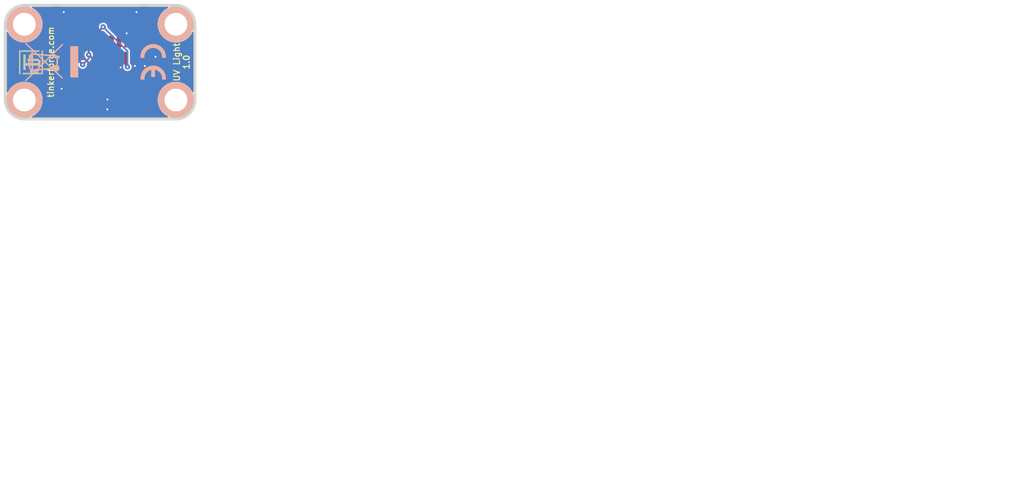
<source format=kicad_pcb>
(kicad_pcb (version 20221018) (generator pcbnew)
  (title_block (title "Ambient Light Bricklet") (date "Do 02 Apr 2015") (rev "2.0") (company "Tinkerforge") (comment 1 "Licensed under CERN OHL v.1.1") (comment 2 "Copyright (©) 2015, B.Nordmeyer <bastian@tinkerforge.com>"))
  (layers (0 "F.Cu" signal) (31 "B.Cu" signal) (34 "B.Paste" user) (35 "F.Paste" user) (36 "B.SilkS" user "B.Silkscreen") (37 "F.SilkS" user "F.Silkscreen") (38 "B.Mask" user) (39 "F.Mask" user) (44 "Edge.Cuts" user))
  (net 0 "")
  (net 1 "GND")
  (net 2 "VCC")
  (net 3 "SCL")
  (net 4 "SDA")
  (net 5 "Net-(P1-Pad6)")
  (net 6 "Net-(P1-Pad7)")
  (net 7 "Net-(P1-Pad8)")
  (net 8 "Net-(P1-Pad9)")
  (net 9 "Net-(C2-Pad2)")
  (net 10 "Net-(R1-Pad1)")
  (net 11 "Net-(P1-Pad1)")
  (net 12 "Net-(P1-Pad10)")
  (net 13 "Net-(RP1-Pad6)")
  (net 14 "Net-(U1-Pad7)")
  (footprint "kicad-libraries:CON-SENSOR" (layer "F.Cu") (at 142.4 86.5 180)
    (fp_text reference "P1")
    (fp_text value "CON-SENSOR")
    (pad "1" smd rect (at -4.50088 -4.7752 180) (size 0.59944 1.5494) (layers "F.Cu" "F.Paste" "F.Mask") (net 11 "Net-(P1-Pad1)"))
    (pad "2" smd rect (at -3.50012 -4.7752 180) (size 0.59944 1.5494) (layers "F.Cu" "F.Paste" "F.Mask") (net 1 "GND"))
    (pad "3" smd rect (at -2.49936 -4.7752 180) (size 0.59944 1.5494) (layers "F.Cu" "F.Paste" "F.Mask") (net 2 "VCC"))
    (pad "4" smd rect (at -1.50114 -4.7752 180) (size 0.59944 1.5494) (layers "F.Cu" "F.Paste" "F.Mask") (net 3 "SCL"))
    (pad "5" smd rect (at -0.50038 -4.7752 180) (size 0.59944 1.5494) (layers "F.Cu" "F.Paste" "F.Mask") (net 4 "SDA"))
    (pad "6" smd rect (at 0.50038 -4.7752 180) (size 0.59944 1.5494) (layers "F.Cu" "F.Paste" "F.Mask") (net 5 "Net-(P1-Pad6)"))
    (pad "7" smd rect (at 1.50114 -4.7752 180) (size 0.59944 1.5494) (layers "F.Cu" "F.Paste" "F.Mask") (net 6 "Net-(P1-Pad7)"))
    (pad "8" smd rect (at 2.49936 -4.7752 180) (size 0.59944 1.5494) (layers "F.Cu" "F.Paste" "F.Mask") (net 7 "Net-(P1-Pad8)"))
    (pad "9" smd rect (at 3.50012 -4.7752 180) (size 0.59944 1.5494) (layers "F.Cu" "F.Paste" "F.Mask") (net 8 "Net-(P1-Pad9)"))
    (pad "10" smd rect (at 4.50088 -4.7752 180) (size 0.59944 1.5494) (layers "F.Cu" "F.Paste" "F.Mask") (net 12 "Net-(P1-Pad10)"))
    (pad "EP" smd rect (at -5.79882 -0.89916 180) (size 1.19888 1.80086) (layers "F.Cu" "F.Paste" "F.Mask") (net 1 "GND"))
    (pad "EP" smd rect (at 5.79882 -0.89916 180) (size 1.19888 1.80086) (layers "F.Cu" "F.Paste" "F.Mask") (net 1 "GND"))
  )
  (footprint "kicad-libraries:SOIC8" (layer "F.Cu") (at 146.4 96.1 180)
    (fp_text reference "U1")
    (fp_text value "M24C64")
    (pad "1" smd rect (at -1.90246 2.69748) (size 0.59944 1.5494) (layers "F.Cu" "F.Paste" "F.Mask") (net 1 "GND"))
    (pad "2" smd rect (at -0.63246 2.69748) (size 0.59944 1.5494) (layers "F.Cu" "F.Paste" "F.Mask") (net 1 "GND"))
    (pad "3" smd rect (at 0.63246 2.69748) (size 0.59944 1.5494) (layers "F.Cu" "F.Paste" "F.Mask") (net 5 "Net-(P1-Pad6)"))
    (pad "4" smd rect (at 1.90246 2.69748) (size 0.59944 1.5494) (layers "F.Cu" "F.Paste" "F.Mask") (net 1 "GND"))
    (pad "5" smd rect (at 1.90246 -2.69748 180) (size 0.59944 1.5494) (layers "F.Cu" "F.Paste" "F.Mask") (net 4 "SDA"))
    (pad "6" smd rect (at 0.63246 -2.69748 180) (size 0.59944 1.5494) (layers "F.Cu" "F.Paste" "F.Mask") (net 3 "SCL"))
    (pad "7" smd rect (at -0.63246 -2.69748 180) (size 0.59944 1.5494) (layers "F.Cu" "F.Paste" "F.Mask") (net 14 "Net-(U1-Pad7)"))
    (pad "8" smd rect (at -1.90246 -2.69748 180) (size 0.59944 1.5494) (layers "F.Cu" "F.Paste" "F.Mask") (net 2 "VCC"))
  )
  (footprint "kicad-libraries:DRILL_NP" (layer "F.Cu") (at 152.4 99)
    (fp_text reference "U3" hide)
    (fp_text value "DRILL" hide)
    (pad "" np_thru_hole circle (at 0 0) (size 2.99974 2.99974) (drill 2.99974) (layers "*.Cu" "*.Mask" "F.SilkS") (clearance 0.89916))
  )
  (footprint "kicad-libraries:DRILL_NP" (layer "F.Cu") (at 132.4 89)
    (fp_text reference "U4" hide)
    (fp_text value "DRILL" hide)
    (pad "" np_thru_hole circle (at 0 0) (size 2.99974 2.99974) (drill 2.99974) (layers "*.Cu" "*.Mask" "F.SilkS") (clearance 0.89916))
  )
  (footprint "kicad-libraries:DRILL_NP" (layer "F.Cu") (at 132.4 99)
    (fp_text reference "U5" hide)
    (fp_text value "DRILL" hide)
    (pad "" np_thru_hole circle (at 0 0) (size 2.99974 2.99974) (drill 2.99974) (layers "*.Cu" "*.Mask" "F.SilkS") (clearance 0.89916))
  )
  (footprint "kicad-libraries:DRILL_NP" (layer "F.Cu") (at 152.4 89)
    (fp_text reference "U6" hide)
    (fp_text value "DRILL" hide)
    (pad "" np_thru_hole circle (at 0 0) (size 2.99974 2.99974) (drill 2.99974) (layers "*.Cu" "*.Mask" "F.SilkS") (clearance 0.89916))
  )
  (footprint "kicad-libraries:Logo_31x31" (layer "F.Cu") (at 131.7 95.6 90)
    (fp_text reference "G***" hide)
    (fp_text value "Logo_31x31" hide)
  )
  (footprint "kicad-libraries:Fiducial_Mark" (layer "F.Cu") (at 136.9 100)
    (fp_text reference "Fiducial_Mark" hide)
    (fp_text value "VAL**" hide)
    (pad "1" smd circle (at 0 0) (size 1.00076 1.00076) (layers "F.Cu" "F.Paste" "F.Mask") (clearance 0.65024))
  )
  (footprint "kicad-libraries:Fiducial_Mark" (layer "F.Cu") (at 145.4 88)
    (fp_text reference "Fiducial_Mark" hide)
    (fp_text value "VAL**" hide)
    (pad "1" smd circle (at 0 0) (size 1.00076 1.00076) (layers "F.Cu" "F.Paste" "F.Mask") (clearance 0.65024))
  )
  (footprint "kicad-libraries:0603X4" (layer "F.Cu") (at 138.2 94.25 90)
    (fp_text reference "RP1")
    (fp_text value "2k2")
    (pad "1" smd rect (at 1.19888 -0.8509 90) (size 0.44958 0.89916) (layers "F.Cu" "F.Paste" "F.Mask") (net 2 "VCC"))
    (pad "2" smd rect (at 0.39878 -0.8509 90) (size 0.44958 0.89916) (layers "F.Cu" "F.Paste" "F.Mask") (net 2 "VCC"))
    (pad "3" smd rect (at -0.39878 -0.8509 90) (size 0.44958 0.89916) (layers "F.Cu" "F.Paste" "F.Mask") (net 2 "VCC"))
    (pad "4" smd rect (at -1.19888 -0.8509 90) (size 0.44958 0.89916) (layers "F.Cu" "F.Paste" "F.Mask") (net 2 "VCC"))
    (pad "5" smd rect (at -1.19888 0.8509 90) (size 0.44958 0.89916) (layers "F.Cu" "F.Paste" "F.Mask") (net 8 "Net-(P1-Pad9)"))
    (pad "6" smd rect (at -0.39878 0.8509 90) (size 0.44958 0.89916) (layers "F.Cu" "F.Paste" "F.Mask") (net 13 "Net-(RP1-Pad6)"))
    (pad "7" smd rect (at 0.39878 0.8509 90) (size 0.44958 0.89916) (layers "F.Cu" "F.Paste" "F.Mask") (net 6 "Net-(P1-Pad7)"))
    (pad "8" smd rect (at 1.19888 0.8509 90) (size 0.44958 0.89916) (layers "F.Cu" "F.Paste" "F.Mask") (net 7 "Net-(P1-Pad8)"))
  )
  (footprint "kicad-libraries:OPLGA6" (layer "F.Cu") (at 141.8 97.1 180)
    (fp_text reference "U2")
    (fp_text value "VEML6070")
    (pad "1" smd rect (at -1.2 -0.6 180) (size 1.4 0.4) (layers "F.Cu" "F.Paste" "F.Mask") (net 1 "GND"))
    (pad "2" smd rect (at -1.2 0 180) (size 1.4 0.4) (layers "F.Cu" "F.Paste" "F.Mask") (net 6 "Net-(P1-Pad7)"))
    (pad "3" smd rect (at -1.2 0.6 180) (size 1.4 0.4) (layers "F.Cu" "F.Paste" "F.Mask") (net 7 "Net-(P1-Pad8)"))
    (pad "4" smd rect (at 1.2 0.6 180) (size 1.4 0.4) (layers "F.Cu" "F.Paste" "F.Mask") (net 10 "Net-(R1-Pad1)"))
    (pad "5" smd rect (at 1.2 0 180) (size 1.4 0.4) (layers "F.Cu" "F.Paste" "F.Mask") (net 8 "Net-(P1-Pad9)"))
    (pad "6" smd rect (at 1.2 -0.6 180) (size 1.4 0.4) (layers "F.Cu" "F.Paste" "F.Mask") (net 9 "Net-(C2-Pad2)"))
  )
  (footprint "kicad-libraries:C0603" (layer "F.Cu") (at 149.7 94.8 -90)
    (fp_text reference "C1")
    (fp_text value "100nF")
    (pad "1" smd rect (at -0.8001 0 270) (size 0.8001 0.8001) (layers "F.Cu" "F.Paste" "F.Mask") (net 1 "GND"))
    (pad "2" smd rect (at 0.8001 0 270) (size 0.8001 0.8001) (layers "F.Cu" "F.Paste" "F.Mask") (net 2 "VCC"))
  )
  (footprint "kicad-libraries:C0603" (layer "F.Cu") (at 141.825 98.925 180)
    (fp_text reference "C2")
    (fp_text value "100nF")
    (pad "1" smd rect (at -0.8001 0 180) (size 0.8001 0.8001) (layers "F.Cu" "F.Paste" "F.Mask") (net 1 "GND"))
    (pad "2" smd rect (at 0.8001 0 180) (size 0.8001 0.8001) (layers "F.Cu" "F.Paste" "F.Mask") (net 9 "Net-(C2-Pad2)"))
  )
  (footprint "kicad-libraries:C0603" (layer "F.Cu") (at 141.825 100.225 180)
    (fp_text reference "C3")
    (fp_text value "10µF")
    (pad "1" smd rect (at -0.8001 0 180) (size 0.8001 0.8001) (layers "F.Cu" "F.Paste" "F.Mask") (net 1 "GND"))
    (pad "2" smd rect (at 0.8001 0 180) (size 0.8001 0.8001) (layers "F.Cu" "F.Paste" "F.Mask") (net 9 "Net-(C2-Pad2)"))
  )
  (footprint "kicad-libraries:R0603" (layer "F.Cu") (at 138.125 96.775 180)
    (fp_text reference "R1")
    (fp_text value "270k")
    (pad "1" smd rect (at -0.8001 0 180) (size 0.8001 0.8001) (layers "F.Cu" "F.Paste" "F.Mask") (net 10 "Net-(R1-Pad1)"))
    (pad "2" smd rect (at 0.8001 0 180) (size 0.8001 0.8001) (layers "F.Cu" "F.Paste" "F.Mask") (net 1 "GND"))
  )
  (footprint "kicad-libraries:R0603" (layer "F.Cu") (at 138.925 99.35 90)
    (fp_text reference "R2")
    (fp_text value "10")
    (pad "1" smd rect (at -0.8001 0 90) (size 0.8001 0.8001) (layers "F.Cu" "F.Paste" "F.Mask") (net 9 "Net-(C2-Pad2)"))
    (pad "2" smd rect (at 0.8001 0 90) (size 0.8001 0.8001) (layers "F.Cu" "F.Paste" "F.Mask") (net 2 "VCC"))
  )
  (footprint "kicad-libraries:WEEE_7mm_back" (layer "B.Cu") (at 136 94 90)
    (fp_text reference "VAL" hide)
    (fp_text value "WEEE_7mm_back" hide)
  )
  (footprint "kicad-libraries:CE_5mm" (layer "B.Cu") (at 149.4 94 -90)
    (fp_text reference "VAL" hide)
    (fp_text value "CE_5mm" hide)
  )
  (gr_line (start 154.9 99) (end 154.9 89) (stroke (width 0.381)) (layer "Edge.Cuts"))
  (gr_line (start 129.9 89) (end 129.9 99) (stroke (width 0.381)) (layer "Edge.Cuts"))
  (gr_arc (start 129.9 89) (mid 130.632233 87.232233) (end 132.4 86.5) (stroke (width 0.381)) (layer "Edge.Cuts"))
  (gr_arc (start 132.4 101.5) (mid 130.632233 100.767767) (end 129.9 99) (stroke (width 0.381)) (layer "Edge.Cuts"))
  (gr_line (start 152.4 86.5) (end 132.4 86.5) (stroke (width 0.381)) (layer "Edge.Cuts"))
  (gr_arc (start 154.9 99) (mid 154.167767 100.767767) (end 152.4 101.5) (stroke (width 0.381)) (layer "Edge.Cuts"))
  (gr_line (start 132.4 101.5) (end 152.4 101.5) (stroke (width 0.381)) (layer "Edge.Cuts"))
  (gr_arc (start 152.4 86.5) (mid 154.167767 87.232233) (end 154.9 89) (stroke (width 0.381)) (layer "Edge.Cuts"))
  (gr_text "UV Light\n1.0" (at 153.15 94 90) (layer "F.SilkS") (effects (font (size 0.8 0.8))))
  (gr_text "tinkerforge.com" (at 135.9 94 90) (layer "F.SilkS") (effects (font (size 0.8 0.8))))
  (segment (start 148.30246 94.49754) (end 148.3 94.5) (width 0.25) (layer "F.Cu") (net 1))
  (segment (start 147.03246 94.46754) (end 147 94.5) (width 0.25) (layer "F.Cu") (net 1))
  (segment (start 145.90012 90.20012) (end 145.9 90.2) (width 0.25) (layer "F.Cu") (net 1))
  (segment (start 144.49754 94.09754) (end 145.1 94.7) (width 0.25) (layer "F.Cu") (net 1))
  (segment (start 147.2 87.4) (end 147.20084 87.39916) (width 0.25) (layer "F.Cu") (net 1))
  (segment (start 147.20084 87.39916) (end 148.19882 87.39916) (width 0.25) (layer "F.Cu") (net 1))
  (segment (start 137.6 87.4) (end 137.59916 87.39916) (width 0.25) (layer "F.Cu") (net 1))
  (segment (start 137.59916 87.39916) (end 136.60118 87.39916) (width 0.25) (layer "F.Cu") (net 1))
  (segment (start 142.6251 98.0749) (end 143 97.7) (width 0.25) (layer "F.Cu") (net 1))
  (segment (start 137.3249 97.4999) (end 137.325 97.5) (width 0.25) (layer "F.Cu") (net 1))
  (segment (start 144.49754 93.40252) (end 144.49754 94.09754) (width 0.25) (layer "F.Cu") (net 1))
  (segment (start 142.6251 100.225) (end 142.6251 98.925) (width 0.25) (layer "F.Cu") (net 1))
  (segment (start 137.3249 96.775) (end 137.3249 97.4999) (width 0.25) (layer "F.Cu") (net 1))
  (segment (start 142.6251 98.925) (end 142.6251 98.0749) (width 0.25) (layer "F.Cu") (net 1))
  (segment (start 148.30246 94.49754) (end 148.30246 93.40252) (width 0.25) (layer "F.Cu") (net 1))
  (segment (start 142.6251 98.925) (end 143.375 98.925) (width 0.25) (layer "F.Cu") (net 1))
  (segment (start 142.6251 100.225) (end 143.35 100.225) (width 0.25) (layer "F.Cu") (net 1))
  (segment (start 145.90012 90.20012) (end 145.90012 91.2752) (width 0.25) (layer "F.Cu") (net 1))
  (segment (start 147.03246 94.46754) (end 147.03246 93.40252) (width 0.25) (layer "F.Cu") (net 1))
  (segment (start 149.7 93.9999) (end 149.7 93.3) (width 0.25) (layer "F.Cu") (net 1))
  (via (at 147.2 87.4) (size 0.7) (drill 0.25) (layers "F.Cu" "B.Cu") (net 1))
  (via (at 145.1 94.7) (size 0.7) (drill 0.25) (layers "F.Cu" "B.Cu") (net 1))
  (via (at 148.3 94.5) (size 0.7) (drill 0.25) (layers "F.Cu" "B.Cu") (net 1))
  (via (at 143.375 98.925) (size 0.7) (drill 0.25) (layers "F.Cu" "B.Cu") (net 1))
  (via (at 149.7 93.3) (size 0.7) (drill 0.25) (layers "F.Cu" "B.Cu") (net 1))
  (via (at 143.35 100.225) (size 0.7) (drill 0.25) (layers "F.Cu" "B.Cu") (net 1))
  (via (at 137.325 97.5) (size 0.7) (drill 0.25) (layers "F.Cu" "B.Cu") (net 1))
  (via (at 147 94.5) (size 0.7) (drill 0.25) (layers "F.Cu" "B.Cu") (net 1))
  (via (at 145.9 90.2) (size 0.7) (drill 0.25) (layers "F.Cu" "B.Cu") (net 1))
  (via (at 137.6 87.4) (size 0.7) (drill 0.25) (layers "F.Cu" "B.Cu") (net 1))
  (segment (start 149.5 93.3) (end 148.3 94.5) (width 0.25) (layer "B.Cu") (net 1))
  (segment (start 147 95.2) (end 146.8 95.4) (width 0.25) (layer "B.Cu") (net 1))
  (segment (start 146.8 95.4) (end 145.8 95.4) (width 0.25) (layer "B.Cu") (net 1))
  (segment (start 145.8 95.4) (end 145.1 94.7) (width 0.25) (layer "B.Cu") (net 1))
  (segment (start 149 93.3) (end 145.9 90.2) (width 0.25) (layer "B.Cu") (net 1))
  (segment (start 145.9 88.7) (end 147.2 87.4) (width 0.25) (layer "B.Cu") (net 1))
  (segment (start 147.2 87.4) (end 137.6 87.4) (width 0.25) (layer "B.Cu") (net 1))
  (segment (start 148.3 94.5) (end 147 94.5) (width 0.25) (layer "B.Cu") (net 1))
  (segment (start 149.7 93.3) (end 149.5 93.3) (width 0.25) (layer "B.Cu") (net 1))
  (segment (start 149.7 93.3) (end 149 93.3) (width 0.25) (layer "B.Cu") (net 1))
  (segment (start 147 94.5) (end 147 95.2) (width 0.25) (layer "B.Cu") (net 1))
  (segment (start 145.9 90.2) (end 145.9 88.7) (width 0.25) (layer "B.Cu") (net 1))
  (segment (start 148.30246 97.79754) (end 149.7 96.4) (width 0.25) (layer "F.Cu") (net 2))
  (segment (start 149.7 96.4) (end 149.7 95.6001) (width 0.25) (layer "F.Cu") (net 2))
  (segment (start 144.89936 90.20064) (end 144.9 90.2) (width 0.25) (layer "F.Cu") (net 2))
  (segment (start 150.3999 95.6001) (end 150.8 95.2) (width 0.25) (layer "F.Cu") (net 2))
  (segment (start 150.8 95.2) (end 150.8 92.6) (width 0.25) (layer "F.Cu") (net 2))
  (segment (start 150.8 92.6) (end 147.7 89.5) (width 0.25) (layer "F.Cu") (net 2))
  (segment (start 147.7 89.5) (end 145.6 89.5) (width 0.25) (layer "F.Cu") (net 2))
  (segment (start 145.6 89.5) (end 145.05 90.05) (width 0.25) (layer "F.Cu") (net 2))
  (segment (start 145.05 90.05) (end 144.9 90.2) (width 0.25) (layer "F.Cu") (net 2))
  (segment (start 137.2499 98.5499) (end 136.35 97.65) (width 0.25) (layer "F.Cu") (net 2))
  (segment (start 136.35 97.65) (end 136.35 95.2) (width 0.25) (layer "F.Cu") (net 2))
  (segment (start 136.35 90.825) (end 138.775 88.4) (width 0.25) (layer "F.Cu") (net 2))
  (segment (start 138.775 88.4) (end 143.1 88.4) (width 0.25) (layer "F.Cu") (net 2))
  (segment (start 143.1 88.4) (end 144.9 90.2) (width 0.25) (layer "F.Cu") (net 2))
  (segment (start 136.85112 93.05112) (end 136.35 92.55) (width 0.25) (layer "F.Cu") (net 2))
  (segment (start 136.35 92.55) (end 136.35 90.825) (width 0.25) (layer "F.Cu") (net 2))
  (segment (start 136.72622 93.85122) (end 136.35 93.475) (width 0.25) (layer "F.Cu") (net 2))
  (segment (start 136.35 93.475) (end 136.35 92.55) (width 0.25) (layer "F.Cu") (net 2))
  (segment (start 136.64878 94.64878) (end 136.35 94.35) (width 0.25) (layer "F.Cu") (net 2))
  (segment (start 136.35 94.35) (end 136.35 93.475) (width 0.25) (layer "F.Cu") (net 2))
  (segment (start 136.59888 95.44888) (end 136.35 95.2) (width 0.25) (layer "F.Cu") (net 2))
  (segment (start 136.35 95.2) (end 136.35 94.35) (width 0.25) (layer "F.Cu") (net 2))
  (segment (start 137.3491 93.05112) (end 136.85112 93.05112) (width 0.25) (layer "F.Cu") (net 2))
  (segment (start 137.3491 94.64878) (end 136.64878 94.64878) (width 0.25) (layer "F.Cu") (net 2))
  (segment (start 137.3491 93.85122) (end 136.72622 93.85122) (width 0.25) (layer "F.Cu") (net 2))
  (segment (start 148.30246 98.79748) (end 148.30246 97.79754) (width 0.25) (layer "F.Cu") (net 2))
  (segment (start 144.89936 91.2752) (end 144.89936 90.20064) (width 0.25) (layer "F.Cu") (net 2))
  (segment (start 149.7 95.6001) (end 150.3999 95.6001) (width 0.25) (layer "F.Cu") (net 2))
  (segment (start 137.3491 95.44888) (end 136.59888 95.44888) (width 0.25) (layer "F.Cu") (net 2))
  (segment (start 138.925 98.5499) (end 137.2499 98.5499) (width 0.25) (layer "F.Cu") (net 2))
  (segment (start 143.90114 92.19886) (end 143.5 92.6) (width 0.25) (layer "F.Cu") (net 3))
  (segment (start 143.5 92.6) (end 143.5 94.1) (width 0.25) (layer "F.Cu") (net 3))
  (segment (start 143.5 94.1) (end 145.76754 96.36754) (width 0.25) (layer "F.Cu") (net 3))
  (segment (start 145.76754 96.36754) (end 145.76754 98.79748) (width 0.25) (layer "F.Cu") (net 3))
  (segment (start 143.90114 91.2752) (end 143.90114 92.19886) (width 0.25) (layer "F.Cu") (net 3))
  (segment (start 142.90038 94.30038) (end 142.90038 91.2752) (width 0.25) (layer "F.Cu") (net 4))
  (segment (start 144.49754 97.85246) (end 144.95 97.4) (width 0.25) (layer "F.Cu") (net 4))
  (segment (start 144.95 97.4) (end 144.95 96.35) (width 0.25) (layer "F.Cu") (net 4))
  (segment (start 144.95 96.35) (end 142.90038 94.30038) (width 0.25) (layer "F.Cu") (net 4))
  (segment (start 144.49754 98.79748) (end 144.49754 97.85246) (width 0.25) (layer "F.Cu") (net 4))
  (segment (start 141.89962 90.25038) (end 142.8 89.35) (width 0.25) (layer "F.Cu") (net 5))
  (segment (start 146 94.625) (end 145.76754 94.39254) (width 0.25) (layer "F.Cu") (net 5))
  (segment (start 145.76754 94.39254) (end 145.76754 93.40252) (width 0.25) (layer "F.Cu") (net 5))
  (segment (start 141.89962 91.2752) (end 141.89962 90.25038) (width 0.25) (layer "F.Cu") (net 5))
  (via (at 142.8 89.35) (size 0.7) (drill 0.25) (layers "F.Cu" "B.Cu") (net 5))
  (via (at 146 94.625) (size 0.7) (drill 0.25) (layers "F.Cu" "B.Cu") (net 5))
  (segment (start 142.8 89.35) (end 146 92.55) (width 0.25) (layer "B.Cu") (net 5))
  (segment (start 146 92.55) (end 146 94.625) (width 0.25) (layer "B.Cu") (net 5))
  (segment (start 143.85 97.1) (end 144.194301 96.755699) (width 0.25) (layer "F.Cu") (net 6))
  (segment (start 144.194301 96.755699) (end 144.194301 96.319301) (width 0.25) (layer "F.Cu") (net 6))
  (segment (start 144.194301 96.319301) (end 140.89886 93.02386) (width 0.25) (layer "F.Cu") (net 6))
  (segment (start 140.89886 93.02386) (end 140.89886 93.025) (width 0.25) (layer "F.Cu") (net 6))
  (segment (start 139.62622 93.85122) (end 140.1 94.325) (width 0.25) (layer "F.Cu") (net 6))
  (segment (start 140.9 93.025) (end 140.89886 93.025) (width 0.25) (layer "F.Cu") (net 6))
  (segment (start 140.89886 93.025) (end 140.89886 91.2752) (width 0.25) (layer "F.Cu") (net 6))
  (segment (start 140.89886 91.2752) (end 140.89886 91.90114) (width 0.25) (layer "F.Cu") (net 6))
  (segment (start 139.0509 93.85122) (end 139.62622 93.85122) (width 0.25) (layer "F.Cu") (net 6))
  (segment (start 143 97.1) (end 143.85 97.1) (width 0.25) (layer "F.Cu") (net 6))
  (via (at 140.9 93.025) (size 0.7) (drill 0.25) (layers "F.Cu" "B.Cu") (net 6))
  (via (at 140.1 94.325) (size 0.7) (drill 0.25) (layers "F.Cu" "B.Cu") (net 6))
  (segment (start 140.1 94.325) (end 140.9 93.525) (width 0.25) (layer "B.Cu") (net 6))
  (segment (start 140.9 93.525) (end 140.9 93.025) (width 0.25) (layer "B.Cu") (net 6))
  (segment (start 142.425 96.5) (end 142.225 96.3) (width 0.25) (layer "F.Cu") (net 7))
  (segment (start 142.225 96.3) (end 142.225 95.425) (width 0.25) (layer "F.Cu") (net 7))
  (segment (start 142.225 95.425) (end 139.9 93.1) (width 0.25) (layer "F.Cu") (net 7))
  (segment (start 139.90064 93.10064) (end 139.90064 91.2752) (width 0.25) (layer "F.Cu") (net 7))
  (segment (start 139.9 93.1) (end 139.90064 93.10064) (width 0.25) (layer "F.Cu") (net 7))
  (segment (start 139.09978 93.1) (end 139.0509 93.05112) (width 0.25) (layer "F.Cu") (net 7))
  (segment (start 139.90064 91.2752) (end 139.90064 91.89936) (width 0.25) (layer "F.Cu") (net 7))
  (segment (start 143 96.5) (end 142.425 96.5) (width 0.25) (layer "F.Cu") (net 7))
  (segment (start 139.9 93.1) (end 139.09978 93.1) (width 0.25) (layer "F.Cu") (net 7))
  (segment (start 141.5 97.1) (end 141.725 96.875) (width 0.25) (layer "F.Cu") (net 8))
  (segment (start 141.725 96.875) (end 141.725 95.95) (width 0.25) (layer "F.Cu") (net 8))
  (segment (start 141.725 95.95) (end 141.35 95.575) (width 0.25) (layer "F.Cu") (net 8))
  (segment (start 141.35 95.575) (end 140.225 95.575) (width 0.25) (layer "F.Cu") (net 8))
  (segment (start 140.225 95.575) (end 140.2 95.575) (width 0.25) (layer "F.Cu") (net 8))
  (segment (start 139.675 95.575) (end 139.54888 95.44888) (width 0.25) (layer "F.Cu") (net 8))
  (segment (start 139.54888 95.44888) (end 139.0509 95.44888) (width 0.25) (layer "F.Cu") (net 8))
  (segment (start 138.49888 95.44888) (end 138.2 95.15) (width 0.25) (layer "F.Cu") (net 8))
  (segment (start 138.2 95.15) (end 138.2 92.675) (width 0.25) (layer "F.Cu") (net 8))
  (segment (start 138.2 92.675) (end 138.89988 91.97512) (width 0.25) (layer "F.Cu") (net 8))
  (segment (start 138.89988 91.97512) (end 138.89988 91.2752) (width 0.25) (layer "F.Cu") (net 8))
  (segment (start 140.225 95.575) (end 139.675 95.575) (width 0.25) (layer "F.Cu") (net 8))
  (segment (start 140.6 97.1) (end 141.5 97.1) (width 0.25) (layer "F.Cu") (net 8))
  (segment (start 139.0509 95.44888) (end 138.49888 95.44888) (width 0.25) (layer "F.Cu") (net 8))
  (segment (start 141.0249 98.1249) (end 140.6 97.7) (width 0.25) (layer "F.Cu") (net 9))
  (segment (start 138.9999 100.225) (end 138.925 100.1501) (width 0.25) (layer "F.Cu") (net 9))
  (segment (start 141.0249 98.925) (end 141.0249 98.1249) (width 0.25) (layer "F.Cu") (net 9))
  (segment (start 141.0249 100.225) (end 141.0249 98.925) (width 0.25) (layer "F.Cu") (net 9))
  (segment (start 141.0249 100.225) (end 138.9999 100.225) (width 0.25) (layer "F.Cu") (net 9))
  (segment (start 139.2001 96.5) (end 138.9251 96.775) (width 0.25) (layer "F.Cu") (net 10))
  (segment (start 140.6 96.5) (end 139.2001 96.5) (width 0.25) (layer "F.Cu") (net 10))
  (zone (net 1) (net_name "GND") (layer "B.Cu") (connect_pads (clearance 0.2)) (min_thickness 0.15) (fill yes (thermal_gap 0) (thermal_bridge_width 0.2))
    (polygon (pts (xy 129.9 86.5) (xy 154.9 86.5) (xy 154.9 101.5) (xy 129.9 101.5)))
  )
)
</source>
